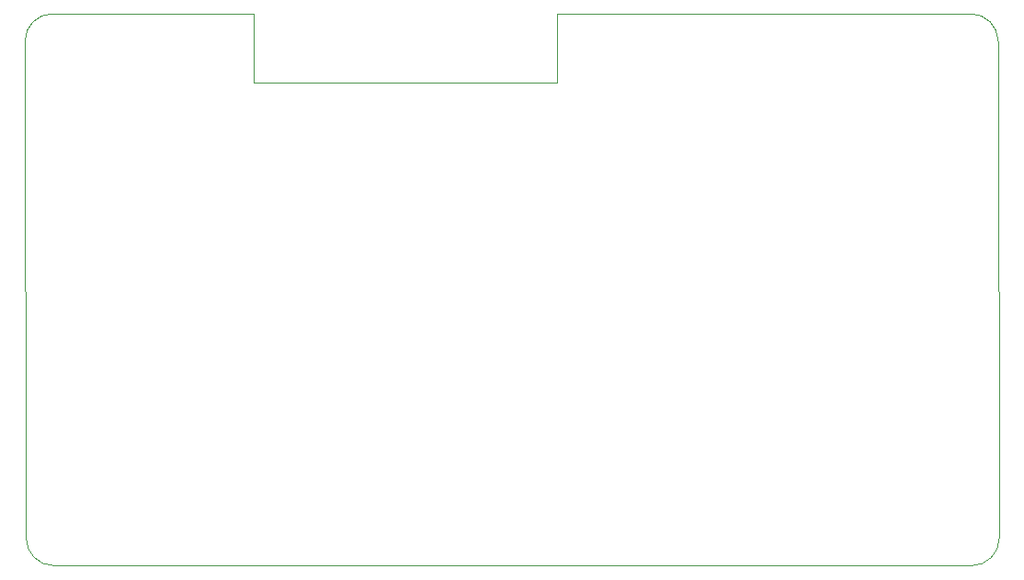
<source format=gbr>
%TF.GenerationSoftware,KiCad,Pcbnew,(6.0.8-1)-1*%
%TF.CreationDate,2023-01-11T13:53:08-05:00*%
%TF.ProjectId,smart-chessboard-controller,736d6172-742d-4636-9865-7373626f6172,C*%
%TF.SameCoordinates,Original*%
%TF.FileFunction,Profile,NP*%
%FSLAX46Y46*%
G04 Gerber Fmt 4.6, Leading zero omitted, Abs format (unit mm)*
G04 Created by KiCad (PCBNEW (6.0.8-1)-1) date 2023-01-11 13:53:08*
%MOMM*%
%LPD*%
G01*
G04 APERTURE LIST*
%TA.AperFunction,Profile*%
%ADD10C,0.100000*%
%TD*%
G04 APERTURE END LIST*
D10*
X69612051Y-44158000D02*
X69721000Y-89986949D01*
X72261000Y-92526949D02*
X77026000Y-92530800D01*
X118616000Y-48006000D02*
X90676000Y-48006000D01*
X72152051Y-41618051D02*
G75*
G03*
X69612051Y-44158000I-51J-2539949D01*
G01*
X159256000Y-44158000D02*
G75*
G03*
X156716000Y-41618000I-2540000J0D01*
G01*
X156824949Y-92526949D02*
X152463000Y-92530800D01*
X69721051Y-89986949D02*
G75*
G03*
X72261000Y-92526949I2539949J-51D01*
G01*
X152463000Y-92530800D02*
X77026000Y-92530800D01*
X159256000Y-44158000D02*
X159364949Y-89986949D01*
X118616000Y-41618000D02*
X118616000Y-48006000D01*
X90676000Y-48006000D02*
X90676000Y-41618000D01*
X156824949Y-92526949D02*
G75*
G03*
X159364949Y-89986949I-49J2540049D01*
G01*
X90676000Y-41618000D02*
X72152051Y-41618000D01*
X118616000Y-41618000D02*
X156716000Y-41618000D01*
M02*

</source>
